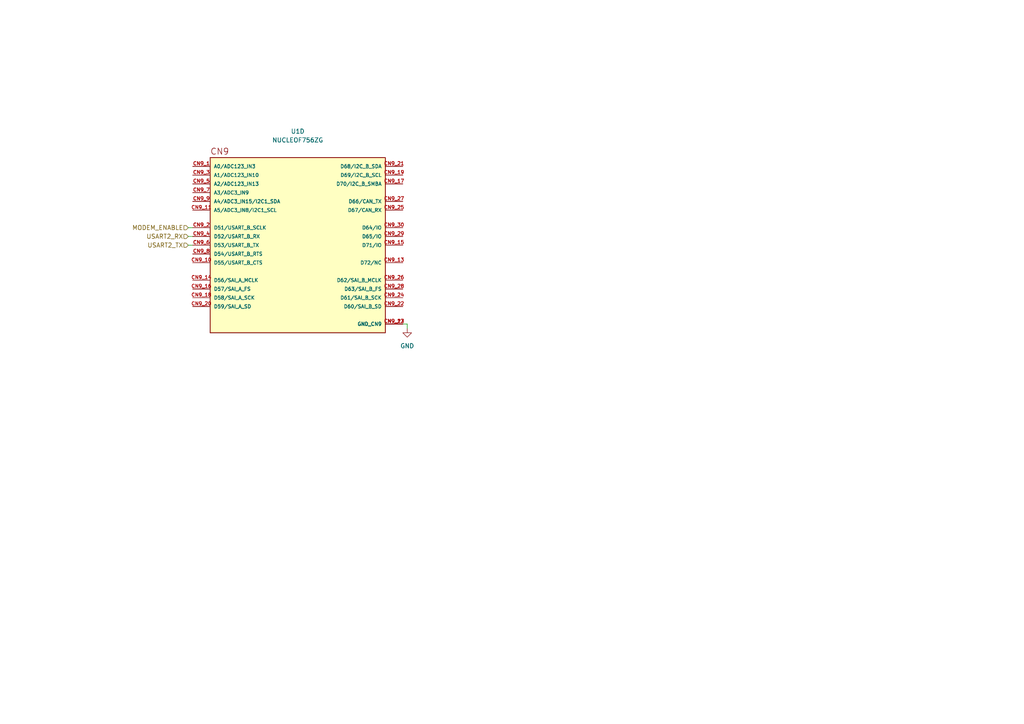
<source format=kicad_sch>
(kicad_sch (version 20230121) (generator eeschema)
  (paper "A4")
  (lib_symbols
    (symbol "nucleo:NUCLEOF756ZG" (pin_names (offset 1.016))
      (property "Reference" "U" (at -17.78 59.69 0))
      (property "Value" "NUCLEOF756ZG" (at -17.78 -59.69 0))
      (symbol "NUCLEOF756ZG_1_0"
        (rectangle (start -17.78 -58.42) (end 17.78 55.88) (stroke (width 0.254)) (fill (type background)))
        (text "CN11" (at -17.78 56.642 0) (effects (font (size 1.778 1.778)) (justify left bottom)))
        (pin bidirectional line (at -22.86 -7.62 0) (length 5.08) (name "PC10") (number "CN11_1"))
        (pin no_connect line (at 22.86 -45.72 180) (length 5.08) (name "NC_10") (number "CN11_10"))
        (pin bidirectional line (at 22.86 0 180) (length 5.08) (name "PF7") (number "CN11_11"))
        (pin bidirectional line (at 22.86 35.56 180) (length 5.08) (name "IOREF_CN11") (number "CN11_12"))
        (pin bidirectional line (at -22.86 20.32 0) (length 5.08) (name "PA13") (number "CN11_13"))
        (pin bidirectional line (at -22.86 33.02 0) (length 5.08) (name "RESET_CN11") (number "CN11_14"))
        (pin bidirectional line (at -22.86 17.78 0) (length 5.08) (name "PA14") (number "CN11_15"))
        (pin power_in line (at 22.86 53.34 180) (length 5.08) (name "+3V3_CN11") (number "CN11_16"))
        (pin bidirectional line (at -22.86 15.24 0) (length 5.08) (name "PA15") (number "CN11_17"))
        (pin power_in line (at 22.86 50.8 180) (length 5.08) (name "+5V_CN11") (number "CN11_18"))
        (pin power_in line (at 22.86 -55.88 180) (length 5.08) (name "GND_CN11") (number "CN11_19"))
        (pin bidirectional line (at -22.86 -10.16 0) (length 5.08) (name "PC11") (number "CN11_2"))
        (pin power_in line (at 22.86 -55.88 180) (length 5.08) (name "GND_CN11") (number "CN11_20"))
        (pin bidirectional line (at -22.86 7.62 0) (length 5.08) (name "PB7") (number "CN11_21"))
        (pin power_in line (at 22.86 -55.88 180) (length 5.08) (name "GND_CN11") (number "CN11_22"))
        (pin bidirectional line (at -22.86 -15.24 0) (length 5.08) (name "PC13") (number "CN11_23"))
        (pin power_in line (at 22.86 40.64 180) (length 5.08) (name "VIN_CN11") (number "CN11_24"))
        (pin bidirectional line (at -22.86 -17.78 0) (length 5.08) (name "PC14") (number "CN11_25"))
        (pin no_connect line (at 22.86 -48.26 180) (length 5.08) (name "NC_26") (number "CN11_26"))
        (pin bidirectional line (at -22.86 -20.32 0) (length 5.08) (name "PC15") (number "CN11_27"))
        (pin bidirectional line (at -22.86 27.94 0) (length 5.08) (name "PA0") (number "CN11_28"))
        (pin bidirectional line (at 22.86 -38.1 180) (length 5.08) (name "PH0") (number "CN11_29"))
        (pin bidirectional line (at -22.86 -12.7 0) (length 5.08) (name "PC12") (number "CN11_3"))
        (pin bidirectional line (at -22.86 25.4 0) (length 5.08) (name "PA1") (number "CN11_30"))
        (pin bidirectional line (at 22.86 -40.64 180) (length 5.08) (name "PH1") (number "CN11_31"))
        (pin bidirectional line (at -22.86 22.86 0) (length 5.08) (name "PA4") (number "CN11_32"))
        (pin power_in line (at 22.86 45.72 180) (length 5.08) (name "VBAT_CN11") (number "CN11_33"))
        (pin bidirectional line (at -22.86 10.16 0) (length 5.08) (name "PB0") (number "CN11_34"))
        (pin bidirectional line (at -22.86 -2.54 0) (length 5.08) (name "PC2") (number "CN11_35"))
        (pin bidirectional line (at -22.86 0 0) (length 5.08) (name "PC1") (number "CN11_36"))
        (pin bidirectional line (at -22.86 -5.08 0) (length 5.08) (name "PC3") (number "CN11_37"))
        (pin bidirectional line (at -22.86 2.54 0) (length 5.08) (name "PC0") (number "CN11_38"))
        (pin bidirectional line (at -22.86 -35.56 0) (length 5.08) (name "PD4") (number "CN11_39"))
        (pin bidirectional line (at -22.86 -30.48 0) (length 5.08) (name "PD2") (number "CN11_4"))
        (pin bidirectional line (at -22.86 -33.02 0) (length 5.08) (name "PD3") (number "CN11_40"))
        (pin bidirectional line (at -22.86 -38.1 0) (length 5.08) (name "PD5") (number "CN11_41"))
        (pin bidirectional line (at 22.86 -15.24 180) (length 5.08) (name "PG2") (number "CN11_42"))
        (pin bidirectional line (at -22.86 -40.64 0) (length 5.08) (name "PD6") (number "CN11_43"))
        (pin bidirectional line (at 22.86 -17.78 180) (length 5.08) (name "PG3") (number "CN11_44"))
        (pin bidirectional line (at -22.86 -43.18 0) (length 5.08) (name "PD7") (number "CN11_45"))
        (pin bidirectional line (at 22.86 25.4 180) (length 5.08) (name "PE2") (number "CN11_46"))
        (pin bidirectional line (at 22.86 22.86 180) (length 5.08) (name "PE3") (number "CN11_47"))
        (pin bidirectional line (at 22.86 20.32 180) (length 5.08) (name "PE4") (number "CN11_48"))
        (pin power_in line (at 22.86 -55.88 180) (length 5.08) (name "GND_CN11") (number "CN11_49"))
        (pin power_in line (at 22.86 43.18 180) (length 5.08) (name "VDD_CN11") (number "CN11_5"))
        (pin bidirectional line (at 22.86 17.78 180) (length 5.08) (name "PE5") (number "CN11_50"))
        (pin bidirectional line (at 22.86 7.62 180) (length 5.08) (name "PF1") (number "CN11_51"))
        (pin bidirectional line (at 22.86 5.08 180) (length 5.08) (name "PF2") (number "CN11_52"))
        (pin bidirectional line (at 22.86 10.16 180) (length 5.08) (name "PF0") (number "CN11_53"))
        (pin bidirectional line (at 22.86 -2.54 180) (length 5.08) (name "PF8") (number "CN11_54"))
        (pin bidirectional line (at -22.86 -27.94 0) (length 5.08) (name "PD1") (number "CN11_55"))
        (pin bidirectional line (at 22.86 -5.08 180) (length 5.08) (name "PF9") (number "CN11_56"))
        (pin bidirectional line (at -22.86 -25.4 0) (length 5.08) (name "PD0") (number "CN11_57"))
        (pin bidirectional line (at 22.86 -12.7 180) (length 5.08) (name "PG1") (number "CN11_58"))
        (pin bidirectional line (at 22.86 -10.16 180) (length 5.08) (name "PG0") (number "CN11_59"))
        (pin power_in line (at 22.86 48.26 180) (length 5.08) (name "E5V_CN11") (number "CN11_6"))
        (pin power_in line (at 22.86 -55.88 180) (length 5.08) (name "GND_CN11") (number "CN11_60"))
        (pin bidirectional line (at 22.86 27.94 180) (length 5.08) (name "PE1") (number "CN11_61"))
        (pin bidirectional line (at 22.86 15.24 180) (length 5.08) (name "PE6") (number "CN11_62"))
        (pin bidirectional line (at 22.86 -20.32 180) (length 5.08) (name "PG9") (number "CN11_63"))
        (pin bidirectional line (at 22.86 -33.02 180) (length 5.08) (name "PG15") (number "CN11_64"))
        (pin bidirectional line (at 22.86 -27.94 180) (length 5.08) (name "PG12") (number "CN11_65"))
        (pin bidirectional line (at 22.86 -22.86 180) (length 5.08) (name "PG10") (number "CN11_66"))
        (pin no_connect line (at 22.86 -50.8 180) (length 5.08) (name "NC_67") (number "CN11_67"))
        (pin bidirectional line (at 22.86 -30.48 180) (length 5.08) (name "PG13") (number "CN11_68"))
        (pin bidirectional line (at -22.86 -45.72 0) (length 5.08) (name "PD9") (number "CN11_69"))
        (pin bidirectional line (at -22.86 35.56 0) (length 5.08) (name "BOOT0") (number "CN11_7"))
        (pin bidirectional line (at 22.86 -25.4 180) (length 5.08) (name "PG11") (number "CN11_70"))
        (pin power_in line (at 22.86 -55.88 180) (length 5.08) (name "GND_CN11") (number "CN11_71"))
        (pin power_in line (at 22.86 -55.88 180) (length 5.08) (name "GND_CN11") (number "CN11_72"))
        (pin power_in line (at 22.86 -55.88 180) (length 5.08) (name "GND_CN11") (number "CN11_8"))
        (pin bidirectional line (at 22.86 2.54 180) (length 5.08) (name "PF6") (number "CN11_9"))
      )
      (symbol "NUCLEOF756ZG_2_0"
        (rectangle (start -17.78 -53.34) (end 17.78 53.34) (stroke (width 0.254)) (fill (type background)))
        (text "CN12" (at -17.78 54.102 0) (effects (font (size 1.778 1.778)) (justify left bottom)))
        (pin bidirectional line (at -22.86 -35.56 0) (length 5.08) (name "PC9") (number "CN12_1"))
        (pin bidirectional line (at 22.86 43.18 180) (length 5.08) (name "PD8") (number "CN12_10"))
        (pin bidirectional line (at -22.86 38.1 0) (length 5.08) (name "PA5") (number "CN12_11"))
        (pin bidirectional line (at -22.86 20.32 0) (length 5.08) (name "PA12") (number "CN12_12"))
        (pin bidirectional line (at -22.86 35.56 0) (length 5.08) (name "PA6") (number "CN12_13"))
        (pin bidirectional line (at -22.86 22.86 0) (length 5.08) (name "PA11") (number "CN12_14"))
        (pin bidirectional line (at -22.86 33.02 0) (length 5.08) (name "PA7") (number "CN12_15"))
        (pin bidirectional line (at -22.86 -10.16 0) (length 5.08) (name "PB12") (number "CN12_16"))
        (pin bidirectional line (at -22.86 2.54 0) (length 5.08) (name "PB6") (number "CN12_17"))
        (pin bidirectional line (at -22.86 -7.62 0) (length 5.08) (name "PB11") (number "CN12_18"))
        (pin bidirectional line (at -22.86 -30.48 0) (length 5.08) (name "PC7") (number "CN12_19"))
        (pin bidirectional line (at -22.86 -33.02 0) (length 5.08) (name "PC8") (number "CN12_2"))
        (pin power_in line (at 22.86 -50.8 180) (length 5.08) (name "GND_CN12") (number "CN12_20"))
        (pin bidirectional line (at -22.86 27.94 0) (length 5.08) (name "PA9") (number "CN12_21"))
        (pin bidirectional line (at -22.86 12.7 0) (length 5.08) (name "PB2") (number "CN12_22"))
        (pin bidirectional line (at -22.86 30.48 0) (length 5.08) (name "PA8") (number "CN12_23"))
        (pin bidirectional line (at -22.86 15.24 0) (length 5.08) (name "PB1") (number "CN12_24"))
        (pin bidirectional line (at -22.86 -5.08 0) (length 5.08) (name "PB10") (number "CN12_25"))
        (pin bidirectional line (at -22.86 -17.78 0) (length 5.08) (name "PB15") (number "CN12_26"))
        (pin bidirectional line (at -22.86 7.62 0) (length 5.08) (name "PB4") (number "CN12_27"))
        (pin bidirectional line (at -22.86 -15.24 0) (length 5.08) (name "PB14") (number "CN12_28"))
        (pin bidirectional line (at -22.86 5.08 0) (length 5.08) (name "PB5") (number "CN12_29"))
        (pin bidirectional line (at -22.86 0 0) (length 5.08) (name "PB8") (number "CN12_3"))
        (pin bidirectional line (at -22.86 -12.7 0) (length 5.08) (name "PB13") (number "CN12_30"))
        (pin bidirectional line (at -22.86 10.16 0) (length 5.08) (name "PB3") (number "CN12_31"))
        (pin power_in line (at 22.86 -48.26 180) (length 5.08) (name "AGND_CN12") (number "CN12_32"))
        (pin bidirectional line (at -22.86 25.4 0) (length 5.08) (name "PA10") (number "CN12_33"))
        (pin bidirectional line (at -22.86 -22.86 0) (length 5.08) (name "PC4") (number "CN12_34"))
        (pin bidirectional line (at -22.86 43.18 0) (length 5.08) (name "PA2") (number "CN12_35"))
        (pin bidirectional line (at 22.86 -10.16 180) (length 5.08) (name "PF5") (number "CN12_36"))
        (pin bidirectional line (at -22.86 40.64 0) (length 5.08) (name "PA3") (number "CN12_37"))
        (pin bidirectional line (at 22.86 -7.62 180) (length 5.08) (name "PF4") (number "CN12_38"))
        (pin power_in line (at 22.86 -50.8 180) (length 5.08) (name "GND_CN12") (number "CN12_39"))
        (pin bidirectional line (at -22.86 -27.94 0) (length 5.08) (name "PC6") (number "CN12_4"))
        (pin bidirectional line (at 22.86 17.78 180) (length 5.08) (name "PE8") (number "CN12_40"))
        (pin bidirectional line (at 22.86 33.02 180) (length 5.08) (name "PD13") (number "CN12_41"))
        (pin bidirectional line (at 22.86 -12.7 180) (length 5.08) (name "PF10") (number "CN12_42"))
        (pin bidirectional line (at 22.86 35.56 180) (length 5.08) (name "PD12") (number "CN12_43"))
        (pin bidirectional line (at 22.86 20.32 180) (length 5.08) (name "PE7") (number "CN12_44"))
        (pin bidirectional line (at 22.86 38.1 180) (length 5.08) (name "PD11") (number "CN12_45"))
        (pin bidirectional line (at 22.86 30.48 180) (length 5.08) (name "PD14") (number "CN12_46"))
        (pin bidirectional line (at 22.86 12.7 180) (length 5.08) (name "PE10") (number "CN12_47"))
        (pin bidirectional line (at 22.86 27.94 180) (length 5.08) (name "PD15") (number "CN12_48"))
        (pin bidirectional line (at 22.86 7.62 180) (length 5.08) (name "PE12") (number "CN12_49"))
        (pin bidirectional line (at -22.86 -2.54 0) (length 5.08) (name "PB9") (number "CN12_5"))
        (pin bidirectional line (at 22.86 -22.86 180) (length 5.08) (name "PF14") (number "CN12_50"))
        (pin bidirectional line (at 22.86 2.54 180) (length 5.08) (name "PE14") (number "CN12_51"))
        (pin bidirectional line (at 22.86 15.24 180) (length 5.08) (name "PE9") (number "CN12_52"))
        (pin bidirectional line (at 22.86 0 180) (length 5.08) (name "PE15") (number "CN12_53"))
        (pin power_in line (at 22.86 -50.8 180) (length 5.08) (name "GND_CN12") (number "CN12_54"))
        (pin bidirectional line (at 22.86 5.08 180) (length 5.08) (name "PE13") (number "CN12_55"))
        (pin bidirectional line (at 22.86 10.16 180) (length 5.08) (name "PE11") (number "CN12_56"))
        (pin bidirectional line (at 22.86 -20.32 180) (length 5.08) (name "PF13") (number "CN12_57"))
        (pin bidirectional line (at 22.86 -5.08 180) (length 5.08) (name "PF3") (number "CN12_58"))
        (pin bidirectional line (at 22.86 -17.78 180) (length 5.08) (name "PF12") (number "CN12_59"))
        (pin bidirectional line (at -22.86 -25.4 0) (length 5.08) (name "PC5") (number "CN12_6"))
        (pin bidirectional line (at 22.86 -25.4 180) (length 5.08) (name "PF15") (number "CN12_60"))
        (pin bidirectional line (at 22.86 -43.18 180) (length 5.08) (name "PG14") (number "CN12_61"))
        (pin bidirectional line (at 22.86 -15.24 180) (length 5.08) (name "PF11") (number "CN12_62"))
        (pin power_in line (at 22.86 -50.8 180) (length 5.08) (name "GND_CN12") (number "CN12_63"))
        (pin bidirectional line (at 22.86 22.86 180) (length 5.08) (name "PE0") (number "CN12_64"))
        (pin bidirectional line (at 22.86 40.64 180) (length 5.08) (name "PD10") (number "CN12_65"))
        (pin bidirectional line (at 22.86 -40.64 180) (length 5.08) (name "PG8") (number "CN12_66"))
        (pin bidirectional line (at 22.86 -38.1 180) (length 5.08) (name "PG7") (number "CN12_67"))
        (pin bidirectional line (at 22.86 -33.02 180) (length 5.08) (name "PG5") (number "CN12_68"))
        (pin bidirectional line (at 22.86 -30.48 180) (length 5.08) (name "PG4") (number "CN12_69"))
        (pin power_in line (at 22.86 50.8 180) (length 5.08) (name "AVDD_CN12") (number "CN12_7"))
        (pin bidirectional line (at 22.86 -35.56 180) (length 5.08) (name "PG6") (number "CN12_70"))
        (pin power_in line (at 22.86 -50.8 180) (length 5.08) (name "GND_CN12") (number "CN12_71"))
        (pin power_in line (at 22.86 -50.8 180) (length 5.08) (name "GND_CN12") (number "CN12_72"))
        (pin power_in line (at 22.86 48.26 180) (length 5.08) (name "U5V") (number "CN12_8"))
        (pin power_in line (at 22.86 -50.8 180) (length 5.08) (name "GND_CN12") (number "CN12_9"))
      )
      (symbol "NUCLEOF756ZG_3_0"
        (rectangle (start -27.94 -17.78) (end 27.94 17.78) (stroke (width 0.254)) (fill (type background)))
        (text "CN8" (at -27.94 18.542 0) (effects (font (size 1.778 1.778)) (justify left bottom)))
        (pin no_connect line (at 33.02 -10.16 180) (length 5.08) (name "NC_1") (number "CN8_1"))
        (pin bidirectional line (at -33.02 -10.16 0) (length 5.08) (name "D47/SDMMC_CK") (number "CN8_10"))
        (pin power_in line (at 33.02 -15.24 180) (length 5.08) (name "GND_CN8") (number "CN8_11"))
        (pin bidirectional line (at -33.02 -12.7 0) (length 5.08) (name "D48/SDMMC_CMD") (number "CN8_12"))
        (pin power_in line (at 33.02 -15.24 180) (length 5.08) (name "GND_CN8") (number "CN8_13"))
        (pin bidirectional line (at 33.02 -5.08 180) (length 5.08) (name "D49/IO") (number "CN8_14"))
        (pin power_in line (at 33.02 15.24 180) (length 5.08) (name "VIN_CN8") (number "CN8_15"))
        (pin bidirectional line (at 33.02 -2.54 180) (length 5.08) (name "D50/IO") (number "CN8_16"))
        (pin bidirectional line (at -33.02 0 0) (length 5.08) (name "D43/SDMMC_D0") (number "CN8_2"))
        (pin bidirectional line (at 33.02 5.08 180) (length 5.08) (name "IOREF_CN8") (number "CN8_3"))
        (pin bidirectional line (at -33.02 -2.54 0) (length 5.08) (name "D44/SDMMC_D1/I2S_A_CKIN") (number "CN8_4"))
        (pin bidirectional line (at -33.02 5.08 0) (length 5.08) (name "RESET_CN8") (number "CN8_5"))
        (pin bidirectional line (at -33.02 -5.08 0) (length 5.08) (name "D45/SDMMC_D2") (number "CN8_6"))
        (pin power_in line (at 33.02 10.16 180) (length 5.08) (name "+3V3_CN8") (number "CN8_7"))
        (pin bidirectional line (at -33.02 -7.62 0) (length 5.08) (name "D46/SDMMC_D3") (number "CN8_8"))
        (pin power_in line (at 33.02 12.7 180) (length 5.08) (name "+5V_CN8") (number "CN8_9"))
      )
      (symbol "NUCLEOF756ZG_4_0"
        (rectangle (start -25.4 -25.4) (end 25.4 25.4) (stroke (width 0.254)) (fill (type background)))
        (text "CN9" (at -25.4 26.162 0) (effects (font (size 1.778 1.778)) (justify left bottom)))
        (pin input line (at -30.48 22.86 0) (length 5.08) (name "A0/ADC123_IN3") (number "CN9_1"))
        (pin bidirectional line (at -30.48 -5.08 0) (length 5.08) (name "D55/USART_B_CTS") (number "CN9_10"))
        (pin input line (at -30.48 10.16 0) (length 5.08) (name "A5/ADC3_IN8/I2C1_SCL") (number "CN9_11"))
        (pin power_in line (at 30.48 -22.86 180) (length 5.08) (name "GND_CN9") (number "CN9_12"))
        (pin bidirectional line (at 30.48 -5.08 180) (length 5.08) (name "D72/NC") (number "CN9_13"))
        (pin bidirectional line (at -30.48 -10.16 0) (length 5.08) (name "D56/SAI_A_MCLK") (number "CN9_14"))
        (pin bidirectional line (at 30.48 0 180) (length 5.08) (name "D71/IO") (number "CN9_15"))
        (pin bidirectional line (at -30.48 -12.7 0) (length 5.08) (name "D57/SAI_A_FS") (number "CN9_16"))
        (pin bidirectional line (at 30.48 17.78 180) (length 5.08) (name "D70/I2C_B_SMBA") (number "CN9_17"))
        (pin bidirectional line (at -30.48 -15.24 0) (length 5.08) (name "D58/SAI_A_SCK") (number "CN9_18"))
        (pin bidirectional line (at 30.48 20.32 180) (length 5.08) (name "D69/I2C_B_SCL") (number "CN9_19"))
        (pin bidirectional line (at -30.48 5.08 0) (length 5.08) (name "D51/USART_B_SCLK") (number "CN9_2"))
        (pin bidirectional line (at -30.48 -17.78 0) (length 5.08) (name "D59/SAI_A_SD") (number "CN9_20"))
        (pin bidirectional line (at 30.48 22.86 180) (length 5.08) (name "D68/I2C_B_SDA") (number "CN9_21"))
        (pin bidirectional line (at 30.48 -17.78 180) (length 5.08) (name "D60/SAI_B_SD") (number "CN9_22"))
        (pin power_in line (at 30.48 -22.86 180) (length 5.08) (name "GND_CN9") (number "CN9_23"))
        (pin bidirectional line (at 30.48 -15.24 180) (length 5.08) (name "D61/SAI_B_SCK") (number "CN9_24"))
        (pin input line (at 30.48 10.16 180) (length 5.08) (name "D67/CAN_RX") (number "CN9_25"))
        (pin bidirectional line (at 30.48 -10.16 180) (length 5.08) (name "D62/SAI_B_MCLK") (number "CN9_26"))
        (pin output line (at 30.48 12.7 180) (length 5.08) (name "D66/CAN_TX") (number "CN9_27"))
        (pin bidirectional line (at 30.48 -12.7 180) (length 5.08) (name "D63/SAI_B_FS") (number "CN9_28"))
        (pin bidirectional line (at 30.48 2.54 180) (length 5.08) (name "D65/IO") (number "CN9_29"))
        (pin input line (at -30.48 20.32 0) (length 5.08) (name "A1/ADC123_IN10") (number "CN9_3"))
        (pin bidirectional line (at 30.48 5.08 180) (length 5.08) (name "D64/IO") (number "CN9_30"))
        (pin bidirectional line (at -30.48 2.54 0) (length 5.08) (name "D52/USART_B_RX") (number "CN9_4"))
        (pin input line (at -30.48 17.78 0) (length 5.08) (name "A2/ADC123_IN13") (number "CN9_5"))
        (pin bidirectional line (at -30.48 0 0) (length 5.08) (name "D53/USART_B_TX") (number "CN9_6"))
        (pin input line (at -30.48 15.24 0) (length 5.08) (name "A3/ADC3_IN9") (number "CN9_7"))
        (pin bidirectional line (at -30.48 -2.54 0) (length 5.08) (name "D54/USART_B_RTS") (number "CN9_8"))
        (pin input line (at -30.48 12.7 0) (length 5.08) (name "A4/ADC3_IN15/I2C1_SDA") (number "CN9_9"))
      )
      (symbol "NUCLEOF756ZG_5_0"
        (rectangle (start -33.02 -20.32) (end 33.02 20.32) (stroke (width 0.254)) (fill (type background)))
        (text "CN7" (at -33.02 21.082 0) (effects (font (size 1.778 1.778)) (justify left bottom)))
        (pin bidirectional line (at -38.1 -12.7 0) (length 5.08) (name "D16/I2S_A_MCK") (number "CN7_1"))
        (pin bidirectional line (at -38.1 -5.08 0) (length 5.08) (name "D13/SPI_A_SCK") (number "CN7_10"))
        (pin bidirectional line (at 38.1 0 180) (length 5.08) (name "D21/I2S_B_MCK") (number "CN7_11"))
        (pin bidirectional line (at -38.1 -2.54 0) (length 5.08) (name "D12/SPI_A_MISO") (number "CN7_12"))
        (pin bidirectional line (at 38.1 5.08 180) (length 5.08) (name "D22/I2S_B_SD/SPI_B_MOSI") (number "CN7_13"))
        (pin bidirectional line (at -38.1 0 0) (length 5.08) (name "D11/SPI_A_MOSI/TIM_E_PWM1") (number "CN7_14"))
        (pin bidirectional line (at 38.1 7.62 180) (length 5.08) (name "D23/I2S_B_CK/SPI_B_SCK") (number "CN7_15"))
        (pin bidirectional line (at -38.1 2.54 0) (length 5.08) (name "D10/SPI_A_CS/TIM_B_PWM3") (number "CN7_16"))
        (pin bidirectional line (at 38.1 10.16 180) (length 5.08) (name "D24/SPI_B_NSS") (number "CN7_17"))
        (pin bidirectional line (at -38.1 10.16 0) (length 5.08) (name "D9/TIMER_B_PWM2") (number "CN7_18"))
        (pin bidirectional line (at 38.1 12.7 180) (length 5.08) (name "D25/SPI_B_MISO") (number "CN7_19"))
        (pin bidirectional line (at -38.1 -10.16 0) (length 5.08) (name "D15/I2C_A_SCL") (number "CN7_2"))
        (pin bidirectional line (at -38.1 12.7 0) (length 5.08) (name "D8/IO") (number "CN7_20"))
        (pin bidirectional line (at 38.1 -12.7 180) (length 5.08) (name "D17/I2S_A_SD") (number "CN7_3"))
        (pin bidirectional line (at -38.1 -7.62 0) (length 5.08) (name "D14/I2C_A_SDA") (number "CN7_4"))
        (pin bidirectional line (at 38.1 -10.16 180) (length 5.08) (name "D18/I2S_A_CK") (number "CN7_5"))
        (pin power_in line (at 38.1 17.78 180) (length 5.08) (name "AREF") (number "CN7_6"))
        (pin bidirectional line (at 38.1 -7.62 180) (length 5.08) (name "D19/I2S_A_WS") (number "CN7_7"))
        (pin power_in line (at 38.1 -17.78 180) (length 5.08) (name "GND_CN7") (number "CN7_8"))
        (pin bidirectional line (at 38.1 -2.54 180) (length 5.08) (name "D20/I2S_B_WS") (number "CN7_9"))
      )
      (symbol "NUCLEOF756ZG_6_0"
        (rectangle (start -25.4 -30.48) (end 25.4 30.48) (stroke (width 0.254)) (fill (type background)))
        (text "CN10" (at -25.4 31.242 0) (effects (font (size 1.778 1.778)) (justify left bottom)))
        (pin power_in line (at 30.48 27.94 180) (length 5.08) (name "AVDD_CN10") (number "CN10_1"))
        (pin bidirectional line (at -30.48 0 0) (length 5.08) (name "D3/TIMER_A_PWM3") (number "CN10_10"))
        (pin input line (at -30.48 17.78 0) (length 5.08) (name "A8/ADC_C_IN") (number "CN10_11"))
        (pin bidirectional line (at 30.48 -12.7 180) (length 5.08) (name "D2/IO") (number "CN10_12"))
        (pin bidirectional line (at -30.48 -5.08 0) (length 5.08) (name "D26/QSPI_CS") (number "CN10_13"))
        (pin output line (at -30.48 10.16 0) (length 5.08) (name "D1/USART_A_TX") (number "CN10_14"))
        (pin bidirectional line (at -30.48 -7.62 0) (length 5.08) (name "D27/QSPI_CLK") (number "CN10_15"))
        (pin input line (at -30.48 12.7 0) (length 5.08) (name "D0/USART_A_RX") (number "CN10_16"))
        (pin power_in line (at 30.48 -27.94 180) (length 5.08) (name "GND_CN10") (number "CN10_17"))
        (pin bidirectional line (at 30.48 12.7 180) (length 5.08) (name "D42/TIMER_A_PWM1N") (number "CN10_18"))
        (pin bidirectional line (at -30.48 -10.16 0) (length 5.08) (name "D28/QSPI_BK1_IO3") (number "CN10_19"))
        (pin bidirectional line (at 30.48 -17.78 180) (length 5.08) (name "D7/IO") (number "CN10_2"))
        (pin bidirectional line (at 30.48 15.24 180) (length 5.08) (name "D41/TIMER_A_ETR") (number "CN10_20"))
        (pin bidirectional line (at -30.48 -12.7 0) (length 5.08) (name "D29/QSPI_BK1_IO1") (number "CN10_21"))
        (pin power_in line (at 30.48 -27.94 180) (length 5.08) (name "GND_CN10") (number "CN10_22"))
        (pin bidirectional line (at -30.48 -15.24 0) (length 5.08) (name "D30/QSPI_BK1_IO0") (number "CN10_23"))
        (pin bidirectional line (at 30.48 17.78 180) (length 5.08) (name "D40/TIMER_A_PWM2N") (number "CN10_24"))
        (pin bidirectional line (at -30.48 -17.78 0) (length 5.08) (name "D31/QSPI_BK1_IO2") (number "CN10_25"))
        (pin bidirectional line (at 30.48 20.32 180) (length 5.08) (name "D39/TIMER_A_PWM3N") (number "CN10_26"))
        (pin power_in line (at 30.48 -27.94 180) (length 5.08) (name "GND_CN10") (number "CN10_27"))
        (pin bidirectional line (at 30.48 -20.32 180) (length 5.08) (name "D38/IO") (number "CN10_28"))
        (pin bidirectional line (at 30.48 2.54 180) (length 5.08) (name "D32/TIMER_C_PWM1") (number "CN10_29"))
        (pin power_in line (at 30.48 -25.4 180) (length 5.08) (name "AGND_CN10") (number "CN10_3"))
        (pin bidirectional line (at 30.48 22.86 180) (length 5.08) (name "D37/TIMER_A_BKIN1") (number "CN10_30"))
        (pin bidirectional line (at 30.48 -7.62 180) (length 5.08) (name "D33/TIMER_D_PWM1") (number "CN10_31"))
        (pin bidirectional line (at 30.48 0 180) (length 5.08) (name "D36/TIMER_C_PWM2") (number "CN10_32"))
        (pin bidirectional line (at 30.48 7.62 180) (length 5.08) (name "D34/TIMER_B_ETR") (number "CN10_33"))
        (pin bidirectional line (at 30.48 -2.54 180) (length 5.08) (name "D35/TIMER_C_PWM3") (number "CN10_34"))
        (pin bidirectional line (at -30.48 5.08 0) (length 5.08) (name "D6/TIMER_A_PWM1") (number "CN10_4"))
        (pin power_in line (at 30.48 -27.94 180) (length 5.08) (name "GND_CN10") (number "CN10_5"))
        (pin bidirectional line (at -30.48 2.54 0) (length 5.08) (name "D5/TIMER_A_PWM2") (number "CN10_6"))
        (pin input line (at -30.48 22.86 0) (length 5.08) (name "A6/ADC_A_IN") (number "CN10_7"))
        (pin bidirectional line (at 30.48 -15.24 180) (length 5.08) (name "D4/IO") (number "CN10_8"))
        (pin input line (at -30.48 20.32 0) (length 5.08) (name "A7/ADC_B_IN") (number "CN10_9"))
      )
    )
    (symbol "power:GND" (power) (pin_names (offset 0))
      (property "Value" "GND" (at 0 -3.81 0))
      (symbol "GND_0_1"
        (polyline (pts (xy 0 0) (xy 0 -1.27) (xy 1.27 -1.27) (xy 0 -2.54) (xy -1.27 -1.27) (xy 0 -1.27)))
      )
      (symbol "GND_1_1"
        (pin power_in line (at 0 0 270) (length 0) hide (name "GND") (number "1"))
      )
    )
  )
  (wire (pts (xy 54.61 68.58) (xy 55.88 68.58)))
  (wire (pts (xy 118.11 95.25) (xy 118.11 93.98)))
  (wire (pts (xy 118.11 93.98) (xy 116.84 93.98)))
  (wire (pts (xy 54.61 66.04) (xy 55.88 66.04)))
  (wire (pts (xy 54.61 71.12) (xy 55.88 71.12)))
  (hierarchical_label "USART2_TX" (shape input) (at 54.61 71.12 180))
  (hierarchical_label "USART2_RX" (shape input) (at 54.61 68.58 180))
  (hierarchical_label "MODEM_ENABLE" (shape input) (at 54.61 66.04 180))
  (symbol (lib_id "power:GND") (at 118.11 95.25 0) (unit 1)
    (property "Reference" "#PWR01" (effects hide))
    (property "Value" "GND" (at 118.11 100.33 0))
  )
  (symbol (lib_id "nucleo:NUCLEOF756ZG") (at 86.36 71.12 0) (unit 4)
    (property "Reference" "U1" (at 86.36 38.1 0))
    (property "Value" "NUCLEOF756ZG" (at 86.36 40.64 0))
    (property "Footprint" "nucleo:MODULE_NUCLEOF756ZG" (effects hide))
    (property "MF" "STMicroelectronics" (effects hide))
    (property "Description" "\nSTM32F756ZG, mbed-Enabled Development Nucleo-144 STM32F7 ARM® Cortex®-M7 MCU 32-Bit Embedded Evaluation Board\n" (effects hide))
    (property "Package" "None" (effects hide))
    (property "Price" "None" (effects hide))
    (property "Check_prices" "https://www.snapeda.com/parts/NUCLEO-F756ZG/STMicroelectronics/view-part/?ref=eda" (effects hide))
    (property "STANDARD" "Manufacturer Recommendations" (effects hide))
    (property "PARTREV" "9" (effects hide))
    (property "SnapEDA_Link" "https://www.snapeda.com/parts/NUCLEO-F756ZG/STMicroelectronics/view-part/?ref=snap" (effects hide))
    (property "MP" "NUCLEO-F756ZG" (effects hide))
    (property "Purchase-URL" "https://www.snapeda.com/api/url_track_click_mouser/?unipart_id=3662728&manufacturer=STMicroelectronics&part_name=NUCLEO-F756ZG&search_term=nucleo-f756zg" (effects hide))
    (property "MANUFACTURER" "STMicroelectronics" (effects hide))
    (property "Availability" "In Stock" (effects hide))
    (property "SNAPEDA_PN" "NUCLEOF756ZG" (effects hide))
  )
)
</source>
